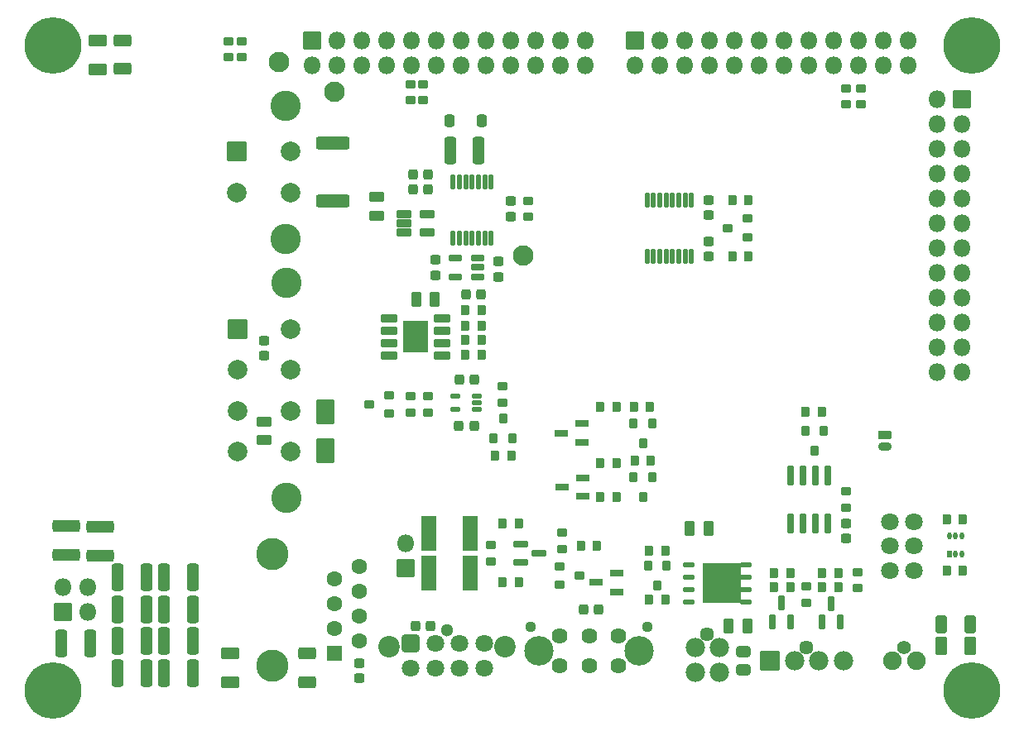
<source format=gbr>
%TF.GenerationSoftware,KiCad,Pcbnew,8.0.5*%
%TF.CreationDate,2024-12-26T16:36:05+00:00*%
%TF.ProjectId,mallow_adapt_v1.2,6d616c6c-6f77-45f6-9164-6170745f7631,rev?*%
%TF.SameCoordinates,Original*%
%TF.FileFunction,Soldermask,Top*%
%TF.FilePolarity,Negative*%
%FSLAX46Y46*%
G04 Gerber Fmt 4.6, Leading zero omitted, Abs format (unit mm)*
G04 Created by KiCad (PCBNEW 8.0.5) date 2024-12-26 16:36:05*
%MOMM*%
%LPD*%
G01*
G04 APERTURE LIST*
G04 Aperture macros list*
%AMRoundRect*
0 Rectangle with rounded corners*
0 $1 Rounding radius*
0 $2 $3 $4 $5 $6 $7 $8 $9 X,Y pos of 4 corners*
0 Add a 4 corners polygon primitive as box body*
4,1,4,$2,$3,$4,$5,$6,$7,$8,$9,$2,$3,0*
0 Add four circle primitives for the rounded corners*
1,1,$1+$1,$2,$3*
1,1,$1+$1,$4,$5*
1,1,$1+$1,$6,$7*
1,1,$1+$1,$8,$9*
0 Add four rect primitives between the rounded corners*
20,1,$1+$1,$2,$3,$4,$5,0*
20,1,$1+$1,$4,$5,$6,$7,0*
20,1,$1+$1,$6,$7,$8,$9,0*
20,1,$1+$1,$8,$9,$2,$3,0*%
G04 Aperture macros list end*
%ADD10C,0.000000*%
%ADD11RoundRect,0.272222X-0.340278X-0.652778X0.340278X-0.652778X0.340278X0.652778X-0.340278X0.652778X0*%
%ADD12RoundRect,0.271739X-0.353261X-1.128261X0.353261X-1.128261X0.353261X1.128261X-0.353261X1.128261X0*%
%ADD13RoundRect,0.125000X0.375000X0.125000X-0.375000X0.125000X-0.375000X-0.125000X0.375000X-0.125000X0*%
%ADD14RoundRect,0.225000X-0.300000X0.225000X-0.300000X-0.225000X0.300000X-0.225000X0.300000X0.225000X0*%
%ADD15RoundRect,0.225000X0.225000X0.300000X-0.225000X0.300000X-0.225000X-0.300000X0.225000X-0.300000X0*%
%ADD16RoundRect,0.271739X0.353261X1.128261X-0.353261X1.128261X-0.353261X-1.128261X0.353261X-1.128261X0*%
%ADD17RoundRect,0.275000X-0.275000X-0.500000X0.275000X-0.500000X0.275000X0.500000X-0.275000X0.500000X0*%
%ADD18RoundRect,0.250000X0.275000X-0.250000X0.275000X0.250000X-0.275000X0.250000X-0.275000X-0.250000X0*%
%ADD19RoundRect,0.274390X0.475610X-0.288110X0.475610X0.288110X-0.475610X0.288110X-0.475610X-0.288110X0*%
%ADD20RoundRect,0.271739X-0.678261X0.353261X-0.678261X-0.353261X0.678261X-0.353261X0.678261X0.353261X0*%
%ADD21C,3.700000*%
%ADD22C,5.800000*%
%ADD23RoundRect,0.225000X0.300000X-0.225000X0.300000X0.225000X-0.300000X0.225000X-0.300000X-0.225000X0*%
%ADD24RoundRect,0.250000X-0.250000X-0.275000X0.250000X-0.275000X0.250000X0.275000X-0.250000X0.275000X0*%
%ADD25RoundRect,0.175000X0.175000X-0.612500X0.175000X0.612500X-0.175000X0.612500X-0.175000X-0.612500X0*%
%ADD26RoundRect,0.175000X-0.612500X-0.175000X0.612500X-0.175000X0.612500X0.175000X-0.612500X0.175000X0*%
%ADD27RoundRect,0.102000X0.400000X0.300000X-0.400000X0.300000X-0.400000X-0.300000X0.400000X-0.300000X0*%
%ADD28RoundRect,0.102000X0.300000X-0.400000X0.300000X0.400000X-0.300000X0.400000X-0.300000X-0.400000X0*%
%ADD29C,2.100000*%
%ADD30RoundRect,0.102000X-0.300000X0.400000X-0.300000X-0.400000X0.300000X-0.400000X0.300000X0.400000X0*%
%ADD31RoundRect,0.272222X-0.652778X0.340278X-0.652778X-0.340278X0.652778X-0.340278X0.652778X0.340278X0*%
%ADD32RoundRect,0.225000X-0.225000X-0.300000X0.225000X-0.300000X0.225000X0.300000X-0.225000X0.300000X0*%
%ADD33RoundRect,0.250000X0.250000X0.275000X-0.250000X0.275000X-0.250000X-0.275000X0.250000X-0.275000X0*%
%ADD34RoundRect,0.050000X0.210000X-0.300000X0.210000X0.300000X-0.210000X0.300000X-0.210000X-0.300000X0*%
%ADD35O,0.520000X0.700000*%
%ADD36RoundRect,0.271739X0.678261X-0.353261X0.678261X0.353261X-0.678261X0.353261X-0.678261X-0.353261X0*%
%ADD37RoundRect,0.271739X1.128261X-0.353261X1.128261X0.353261X-1.128261X0.353261X-1.128261X-0.353261X0*%
%ADD38RoundRect,0.270409X-1.454591X0.392091X-1.454591X-0.392091X1.454591X-0.392091X1.454591X0.392091X0*%
%ADD39RoundRect,0.263889X0.686111X-1.036111X0.686111X1.036111X-0.686111X1.036111X-0.686111X-1.036111X0*%
%ADD40RoundRect,0.050000X0.750000X1.715000X-0.750000X1.715000X-0.750000X-1.715000X0.750000X-1.715000X0*%
%ADD41RoundRect,0.102000X-0.400000X-0.300000X0.400000X-0.300000X0.400000X0.300000X-0.400000X0.300000X0*%
%ADD42RoundRect,0.275000X-0.500000X0.275000X-0.500000X-0.275000X0.500000X-0.275000X0.500000X0.275000X0*%
%ADD43RoundRect,0.050000X-0.625000X0.300000X-0.625000X-0.300000X0.625000X-0.300000X0.625000X0.300000X0*%
%ADD44RoundRect,0.271739X0.353261X0.678261X-0.353261X0.678261X-0.353261X-0.678261X0.353261X-0.678261X0*%
%ADD45RoundRect,0.250000X-0.275000X0.250000X-0.275000X-0.250000X0.275000X-0.250000X0.275000X0.250000X0*%
%ADD46RoundRect,0.050000X-0.762500X0.350000X-0.762500X-0.350000X0.762500X-0.350000X0.762500X0.350000X0*%
%ADD47RoundRect,0.050000X1.200000X1.600000X-1.200000X1.600000X-1.200000X-1.600000X1.200000X-1.600000X0*%
%ADD48RoundRect,0.100500X-0.676500X-0.301500X0.676500X-0.301500X0.676500X0.301500X-0.676500X0.301500X0*%
%ADD49RoundRect,0.272222X0.652778X-0.340278X0.652778X0.340278X-0.652778X0.340278X-0.652778X-0.340278X0*%
%ADD50RoundRect,0.175000X-0.175000X0.850000X-0.175000X-0.850000X0.175000X-0.850000X0.175000X0.850000X0*%
%ADD51RoundRect,0.250000X-0.250000X-0.400000X0.250000X-0.400000X0.250000X0.400000X-0.250000X0.400000X0*%
%ADD52RoundRect,0.125000X-0.125000X0.662500X-0.125000X-0.662500X0.125000X-0.662500X0.125000X0.662500X0*%
%ADD53RoundRect,0.175000X0.537500X0.175000X-0.537500X0.175000X-0.537500X-0.175000X0.537500X-0.175000X0*%
%ADD54RoundRect,0.050000X-0.508000X-0.203200X0.508000X-0.203200X0.508000X0.203200X-0.508000X0.203200X0*%
%ADD55RoundRect,0.050000X-1.910500X-1.954499X1.910500X-1.954499X1.910500X1.954499X-1.910500X1.954499X0*%
%ADD56RoundRect,0.275000X0.500000X-0.275000X0.500000X0.275000X-0.500000X0.275000X-0.500000X-0.275000X0*%
%ADD57C,1.120000*%
%ADD58C,1.620000*%
%ADD59C,3.009999*%
%ADD60C,1.450000*%
%ADD61RoundRect,0.050000X-0.937500X-0.937500X0.937500X-0.937500X0.937500X0.937500X-0.937500X0.937500X0*%
%ADD62C,1.975000*%
%ADD63C,1.400000*%
%ADD64C,1.900000*%
%ADD65RoundRect,0.050000X-0.850000X0.850000X-0.850000X-0.850000X0.850000X-0.850000X0.850000X0.850000X0*%
%ADD66O,1.800000X1.800000*%
%ADD67C,3.300000*%
%ADD68RoundRect,0.050000X0.750000X-0.750000X0.750000X0.750000X-0.750000X0.750000X-0.750000X-0.750000X0*%
%ADD69C,1.600000*%
%ADD70C,3.100000*%
%ADD71RoundRect,0.050000X0.950000X-0.950000X0.950000X0.950000X-0.950000X0.950000X-0.950000X-0.950000X0*%
%ADD72C,2.000000*%
%ADD73C,1.300000*%
%ADD74RoundRect,0.264706X-0.635294X-0.635294X0.635294X-0.635294X0.635294X0.635294X-0.635294X0.635294X0*%
%ADD75C,1.800000*%
%ADD76C,2.200000*%
%ADD77RoundRect,0.050000X-0.850000X-0.850000X0.850000X-0.850000X0.850000X0.850000X-0.850000X0.850000X0*%
%ADD78RoundRect,0.050000X0.850000X0.850000X-0.850000X0.850000X-0.850000X-0.850000X0.850000X-0.850000X0*%
%ADD79RoundRect,0.225000X-0.475000X0.225000X-0.475000X-0.225000X0.475000X-0.225000X0.475000X0.225000X0*%
%ADD80O,1.400000X0.900000*%
G04 APERTURE END LIST*
D10*
%TO.C,Q4*%
G36*
X196009095Y-115146800D02*
G01*
X194993095Y-115146800D01*
X194993095Y-116010400D01*
X196009095Y-116010400D01*
X196009095Y-116416800D01*
X194993095Y-116416800D01*
X194993095Y-117280400D01*
X196009095Y-117280400D01*
X196009095Y-117686800D01*
X194993095Y-117686800D01*
X194993095Y-118550400D01*
X196009095Y-118550400D01*
X196009095Y-118956800D01*
X194993095Y-118956800D01*
X194993095Y-118804400D01*
X191157695Y-118804400D01*
X191157695Y-114892800D01*
X194993095Y-114892800D01*
X194993095Y-114740400D01*
X196009095Y-114740400D01*
X196009095Y-115146800D01*
G37*
%TD*%
D11*
%TO.C,R32*%
X215538595Y-121003600D03*
X218463595Y-121003600D03*
%TD*%
D12*
%TO.C,C47*%
X131276095Y-122753600D03*
X134226095Y-122753600D03*
%TD*%
D13*
%TO.C,U13*%
X168001095Y-99003600D03*
X168001095Y-98353600D03*
X168001095Y-97703600D03*
X165801095Y-97703600D03*
X165801095Y-99003600D03*
%TD*%
D14*
%TO.C,R64*%
X173251095Y-77678600D03*
X173251095Y-79328600D03*
%TD*%
D15*
%TO.C,R35*%
X182326095Y-104503600D03*
X180676095Y-104503600D03*
%TD*%
D16*
%TO.C,C41*%
X128476095Y-123003600D03*
X125526095Y-123003600D03*
%TD*%
D17*
%TO.C,C9*%
X161801095Y-87753600D03*
X163701095Y-87753600D03*
%TD*%
D18*
%TO.C,C70*%
X171501095Y-79278600D03*
X171501095Y-77728600D03*
%TD*%
D19*
%TO.C,R16*%
X195251095Y-125666100D03*
X195251095Y-123841100D03*
%TD*%
D20*
%TO.C,C52*%
X129251095Y-61278600D03*
X129251095Y-64228600D03*
%TD*%
D21*
%TO.C,H1*%
X218651085Y-61778600D03*
D22*
X218651085Y-61778600D03*
%TD*%
D18*
%TO.C,C28*%
X170255902Y-85446818D03*
X170255902Y-83896818D03*
%TD*%
D23*
%TO.C,R67*%
X170676076Y-98329051D03*
X170676076Y-96679051D03*
%TD*%
D24*
%TO.C,C69*%
X166226095Y-96003600D03*
X167776095Y-96003600D03*
%TD*%
D25*
%TO.C,D5*%
X198251095Y-120753600D03*
X200151095Y-120753600D03*
X199201095Y-118878600D03*
%TD*%
D26*
%TO.C,D3*%
X172476095Y-112803600D03*
X172476095Y-114703600D03*
X174351095Y-113753600D03*
%TD*%
D15*
%TO.C,R47*%
X200076095Y-115753600D03*
X198426095Y-115753600D03*
%TD*%
D27*
%TO.C,Q17*%
X159021095Y-99453600D03*
X159021095Y-97553600D03*
X157001095Y-98503600D03*
%TD*%
D15*
%TO.C,R39*%
X172326095Y-110753600D03*
X170676095Y-110753600D03*
%TD*%
D23*
%TO.C,R4*%
X207351095Y-67828600D03*
X207351095Y-66178600D03*
%TD*%
D28*
%TO.C,Q18*%
X169751095Y-102003600D03*
X171651095Y-102003600D03*
X170701095Y-99983600D03*
%TD*%
D29*
%TO.C,TP7*%
X147751095Y-63503600D03*
%TD*%
D30*
%TO.C,Q1*%
X185951095Y-100493600D03*
X184051095Y-100493600D03*
X185001095Y-102513600D03*
%TD*%
D31*
%TO.C,R31*%
X150656095Y-124041100D03*
X150656095Y-126966100D03*
%TD*%
D23*
%TO.C,R60*%
X142628916Y-62995834D03*
X142628916Y-61345834D03*
%TD*%
D29*
%TO.C,TP8*%
X172751095Y-83253600D03*
%TD*%
D23*
%TO.C,R26*%
X161251095Y-67403600D03*
X161251095Y-65753600D03*
%TD*%
D32*
%TO.C,R10*%
X185637095Y-113503600D03*
X187287095Y-113503600D03*
%TD*%
D25*
%TO.C,D4*%
X203301095Y-120770959D03*
X205201095Y-120770959D03*
X204251095Y-118895959D03*
%TD*%
D15*
%TO.C,R14*%
X187287095Y-118503600D03*
X185637095Y-118503600D03*
%TD*%
D33*
%TO.C,C25*%
X163051095Y-76503600D03*
X161501095Y-76503600D03*
%TD*%
D34*
%TO.C,U1*%
X216326095Y-113853600D03*
D35*
X216976094Y-113853600D03*
X217626093Y-113853600D03*
X217626093Y-111953598D03*
X216976094Y-111953598D03*
X216326095Y-111953598D03*
%TD*%
D32*
%TO.C,R34*%
X194151095Y-83353600D03*
X195801095Y-83353600D03*
%TD*%
D18*
%TO.C,C37*%
X163751095Y-85278600D03*
X163751095Y-83728600D03*
%TD*%
D36*
%TO.C,C53*%
X142751095Y-126978600D03*
X142751095Y-124028600D03*
%TD*%
D12*
%TO.C,C34*%
X136026095Y-116253600D03*
X138976095Y-116253600D03*
%TD*%
D37*
%TO.C,C32*%
X129501095Y-113978600D03*
X129501095Y-111028600D03*
%TD*%
D15*
%TO.C,R5*%
X185751095Y-98753600D03*
X184101095Y-98753600D03*
%TD*%
D29*
%TO.C,TP6*%
X153501095Y-66503600D03*
%TD*%
D15*
%TO.C,R7*%
X168501095Y-91943600D03*
X166851095Y-91943600D03*
%TD*%
D33*
%TO.C,C23*%
X163051095Y-75003600D03*
X161501095Y-75003600D03*
%TD*%
%TO.C,C5*%
X168476095Y-87293600D03*
X166926095Y-87293600D03*
%TD*%
D38*
%TO.C,R28*%
X153251095Y-71791100D03*
X153251095Y-77716100D03*
%TD*%
D30*
%TO.C,Q9*%
X185951095Y-105993600D03*
X184051095Y-105993600D03*
X185001095Y-108013600D03*
%TD*%
D21*
%TO.C,H4*%
X218651085Y-127778600D03*
D22*
X218651085Y-127778600D03*
%TD*%
D30*
%TO.C,Q16*%
X203501095Y-101253600D03*
X201601095Y-101253600D03*
X202551095Y-103273600D03*
%TD*%
D32*
%TO.C,R45*%
X170676095Y-116753600D03*
X172326095Y-116753600D03*
%TD*%
%TO.C,R12*%
X180676095Y-98753600D03*
X182326095Y-98753600D03*
%TD*%
D39*
%TO.C,D1*%
X152501095Y-103253600D03*
X152501095Y-99253600D03*
%TD*%
D15*
%TO.C,R40*%
X182326095Y-108003600D03*
X180676095Y-108003600D03*
%TD*%
D14*
%TO.C,R65*%
X163001095Y-97678600D03*
X163001095Y-99328600D03*
%TD*%
D40*
%TO.C,F1*%
X167376095Y-111753600D03*
X163076095Y-111753600D03*
%TD*%
D21*
%TO.C,H3*%
X124651095Y-127778600D03*
D22*
X124651095Y-127778600D03*
%TD*%
D16*
%TO.C,C66*%
X168226095Y-72503600D03*
X165276095Y-72503600D03*
%TD*%
D41*
%TO.C,Q2*%
X176501095Y-115103600D03*
X176501095Y-117003600D03*
X178521095Y-116053600D03*
%TD*%
D42*
%TO.C,C14*%
X146251095Y-100303600D03*
X146251095Y-102203600D03*
%TD*%
D15*
%TO.C,R33*%
X185826095Y-104253600D03*
X184176095Y-104253600D03*
%TD*%
%TO.C,R42*%
X205004410Y-117262269D03*
X203354410Y-117262269D03*
%TD*%
D14*
%TO.C,R41*%
X169484193Y-112947257D03*
X169484193Y-114597257D03*
%TD*%
D43*
%TO.C,Q6*%
X182351095Y-117708600D03*
X182351095Y-115798600D03*
X180251095Y-116753600D03*
%TD*%
D30*
%TO.C,Q3*%
X187412095Y-115007263D03*
X185512095Y-115007263D03*
X186462095Y-117027263D03*
%TD*%
D44*
%TO.C,C54*%
X218476095Y-123253600D03*
X215526095Y-123253600D03*
%TD*%
D23*
%TO.C,R66*%
X161251095Y-99328600D03*
X161251095Y-97678600D03*
%TD*%
D12*
%TO.C,C43*%
X136026095Y-126003600D03*
X138976095Y-126003600D03*
%TD*%
D45*
%TO.C,C63*%
X205751095Y-110728600D03*
X205751095Y-112278600D03*
%TD*%
D43*
%TO.C,Q11*%
X178851095Y-107958600D03*
X178851095Y-106048600D03*
X176751095Y-107003600D03*
%TD*%
D24*
%TO.C,C10*%
X178951095Y-119503600D03*
X180501095Y-119503600D03*
%TD*%
D45*
%TO.C,C13*%
X146251095Y-91978600D03*
X146251095Y-93528600D03*
%TD*%
D12*
%TO.C,C38*%
X131276095Y-119503600D03*
X134226095Y-119503600D03*
%TD*%
D17*
%TO.C,C7*%
X193801095Y-121253600D03*
X195701095Y-121253600D03*
%TD*%
D23*
%TO.C,R36*%
X207001095Y-117328600D03*
X207001095Y-115678600D03*
%TD*%
D14*
%TO.C,R58*%
X144001095Y-61353600D03*
X144001095Y-63003600D03*
%TD*%
D45*
%TO.C,C55*%
X191726095Y-77578600D03*
X191726095Y-79128600D03*
%TD*%
D18*
%TO.C,C58*%
X191726095Y-83378600D03*
X191726095Y-81828600D03*
%TD*%
D14*
%TO.C,R61*%
X205751095Y-107428600D03*
X205751095Y-109078600D03*
%TD*%
D15*
%TO.C,R11*%
X168526095Y-90443600D03*
X166876095Y-90443600D03*
%TD*%
D23*
%TO.C,R27*%
X162501095Y-67403600D03*
X162501095Y-65753600D03*
%TD*%
D14*
%TO.C,R37*%
X201751095Y-117178600D03*
X201751095Y-118828600D03*
%TD*%
D46*
%TO.C,IC1*%
X164501095Y-93503600D03*
X164501095Y-92233600D03*
X164501095Y-90963600D03*
X164501095Y-89693600D03*
X159077095Y-89693600D03*
X159077095Y-90963600D03*
X159077095Y-92233600D03*
X159077095Y-93503600D03*
D47*
X161789095Y-91598600D03*
%TD*%
D48*
%TO.C,U2*%
X160566095Y-79053600D03*
X160566095Y-80003600D03*
X160566095Y-80953600D03*
X162936095Y-80953600D03*
X162936095Y-79053600D03*
%TD*%
D24*
%TO.C,C68*%
X166201095Y-100753600D03*
X167751095Y-100753600D03*
%TD*%
D15*
%TO.C,R43*%
X200076095Y-117253600D03*
X198426095Y-117253600D03*
%TD*%
D24*
%TO.C,C8*%
X161751095Y-121253600D03*
X163301095Y-121253600D03*
%TD*%
D15*
%TO.C,R38*%
X195801095Y-77603600D03*
X194151095Y-77603600D03*
%TD*%
D32*
%TO.C,R46*%
X203363503Y-115752859D03*
X205013503Y-115752859D03*
%TD*%
D17*
%TO.C,C6*%
X189801095Y-111253600D03*
X191701095Y-111253600D03*
%TD*%
D49*
%TO.C,R30*%
X131751095Y-64178600D03*
X131751095Y-61253600D03*
%TD*%
D37*
%TO.C,C39*%
X126001095Y-113953600D03*
X126001095Y-111003600D03*
%TD*%
D43*
%TO.C,Q5*%
X178801095Y-102413600D03*
X178801095Y-100503600D03*
X176701095Y-101458600D03*
%TD*%
D50*
%TO.C,U9*%
X203906095Y-105778600D03*
X202636095Y-105778600D03*
X201366095Y-105778600D03*
X200096095Y-105778600D03*
X200096095Y-110728600D03*
X201366095Y-110728600D03*
X202636095Y-110728600D03*
X203906095Y-110728600D03*
%TD*%
D51*
%TO.C,D8*%
X165251095Y-69503600D03*
X168551095Y-69503600D03*
%TD*%
D52*
%TO.C,U5*%
X189976095Y-77628600D03*
X189326095Y-77628600D03*
X188676095Y-77628600D03*
X188026095Y-77628600D03*
X187376095Y-77628600D03*
X186726095Y-77628600D03*
X186076095Y-77628600D03*
X185426095Y-77628600D03*
X185426095Y-83353600D03*
X186076095Y-83353600D03*
X186726095Y-83353600D03*
X187376095Y-83353600D03*
X188026095Y-83353600D03*
X188676095Y-83353600D03*
X189326095Y-83353600D03*
X189976095Y-83353600D03*
%TD*%
D21*
%TO.C,H2*%
X124651095Y-61778600D03*
D22*
X124651095Y-61778600D03*
%TD*%
D15*
%TO.C,R6*%
X168501095Y-93443600D03*
X166851095Y-93443600D03*
%TD*%
D40*
%TO.C,F2*%
X167376095Y-115753600D03*
X163076095Y-115753600D03*
%TD*%
D52*
%TO.C,U12*%
X169501095Y-75753600D03*
X168851095Y-75753600D03*
X168201095Y-75753600D03*
X167551095Y-75753600D03*
X166901095Y-75753600D03*
X166251095Y-75753600D03*
X165601095Y-75753600D03*
X165601095Y-81478600D03*
X166251095Y-81478600D03*
X166901095Y-81478600D03*
X167551095Y-81478600D03*
X168201095Y-81478600D03*
X168851095Y-81478600D03*
X169501095Y-81478600D03*
%TD*%
D27*
%TO.C,Q10*%
X195683119Y-81411557D03*
X195683119Y-79511557D03*
X193663119Y-80461557D03*
%TD*%
D32*
%TO.C,R69*%
X169926095Y-103753600D03*
X171576095Y-103753600D03*
%TD*%
D23*
%TO.C,R3*%
X205801095Y-67828600D03*
X205801095Y-66178600D03*
%TD*%
D15*
%TO.C,R8*%
X168526095Y-88893600D03*
X166876095Y-88893600D03*
%TD*%
D53*
%TO.C,U3*%
X168138595Y-85453600D03*
X168138595Y-84503600D03*
X168138595Y-83553600D03*
X165863595Y-83553600D03*
X165863595Y-85453600D03*
%TD*%
D15*
%TO.C,R13*%
X180326095Y-113003600D03*
X178676095Y-113003600D03*
%TD*%
D54*
%TO.C,Q4*%
X189659095Y-114943600D03*
X189659095Y-116213600D03*
X189659095Y-117483600D03*
X189659095Y-118753600D03*
X195501095Y-118753600D03*
X195501095Y-117483600D03*
X195501095Y-116213600D03*
D55*
X193082595Y-116849901D03*
D54*
X195501095Y-114943600D03*
%TD*%
D56*
%TO.C,C21*%
X157751095Y-79203600D03*
X157751095Y-77303600D03*
%TD*%
D23*
%TO.C,R9*%
X176751095Y-113328600D03*
X176751095Y-111678600D03*
%TD*%
D12*
%TO.C,C31*%
X131276095Y-116253600D03*
X134226095Y-116253600D03*
%TD*%
%TO.C,C42*%
X131276095Y-126003600D03*
X134226095Y-126003600D03*
%TD*%
D15*
%TO.C,R21*%
X217751095Y-115503600D03*
X216101095Y-115503600D03*
%TD*%
%TO.C,R59*%
X203326095Y-99253600D03*
X201676095Y-99253600D03*
%TD*%
D45*
%TO.C,C60*%
X156001095Y-125003600D03*
X156001095Y-126553600D03*
%TD*%
D15*
%TO.C,R23*%
X217751095Y-110253600D03*
X216101095Y-110253600D03*
%TD*%
D12*
%TO.C,C36*%
X136026095Y-122753600D03*
X138976095Y-122753600D03*
%TD*%
%TO.C,C35*%
X136026095Y-119503600D03*
X138976095Y-119503600D03*
%TD*%
D57*
%TO.C,J5*%
X185501074Y-121313599D03*
X173501098Y-121313599D03*
D58*
X176501097Y-125253599D03*
X179501096Y-125253599D03*
X182501095Y-125253599D03*
X176501097Y-122253600D03*
X179501096Y-122253600D03*
X182501095Y-122253600D03*
D59*
X174351099Y-123753599D03*
X184651093Y-123753599D03*
%TD*%
D60*
%TO.C,J4*%
X201751095Y-123413600D03*
D61*
X198001095Y-124753600D03*
D62*
X200501095Y-124753600D03*
X203001095Y-124753600D03*
X205501095Y-124753600D03*
%TD*%
D63*
%TO.C,J3*%
X211751095Y-123413600D03*
D64*
X210501095Y-124753600D03*
X213001095Y-124753600D03*
%TD*%
D65*
%TO.C,X19*%
X184171094Y-61278628D03*
D66*
X184171094Y-63818628D03*
X186711094Y-61278628D03*
X186711094Y-63818628D03*
X189251094Y-61278628D03*
X189251094Y-63818628D03*
X191791094Y-61278628D03*
X191791094Y-63818628D03*
X194331094Y-61278628D03*
X194331094Y-63818628D03*
X196871094Y-61278628D03*
X196871094Y-63818628D03*
X199411094Y-61278628D03*
X199411094Y-63818628D03*
X201951094Y-61278628D03*
X201951094Y-63818628D03*
X204491094Y-61278628D03*
X204491094Y-63818628D03*
X207031094Y-61278628D03*
X207031094Y-63818628D03*
X209571094Y-61278628D03*
X209571094Y-63818628D03*
X212111094Y-61278628D03*
X212111094Y-63818628D03*
%TD*%
D67*
%TO.C,J9*%
X147111095Y-125293600D03*
X147111095Y-113863600D03*
D68*
X153461095Y-124023600D03*
D69*
X156001095Y-122753600D03*
X153461095Y-121483600D03*
X156001095Y-120213600D03*
X153461095Y-118943600D03*
X156001095Y-117673600D03*
X153461095Y-116403600D03*
X156001095Y-115133600D03*
%TD*%
D70*
%TO.C,J1*%
X148491095Y-81553600D03*
X148491095Y-67953600D03*
D71*
X143451095Y-72653600D03*
D72*
X143451095Y-76853600D03*
X148951095Y-72653600D03*
X148951095Y-76853600D03*
%TD*%
D73*
%TO.C,J6*%
X165001095Y-121663600D03*
D74*
X161251095Y-123003600D03*
D75*
X163751095Y-123003600D03*
X166251095Y-123003600D03*
X168751095Y-123003600D03*
X161251095Y-125503600D03*
X163751095Y-125503600D03*
X166251095Y-125503600D03*
X168751095Y-125503600D03*
D76*
X159081097Y-123293599D03*
X170921073Y-123293599D03*
%TD*%
D65*
%TO.C,X10*%
X151151095Y-61278600D03*
D66*
X151151095Y-63818600D03*
X153691095Y-61278600D03*
X153691095Y-63818600D03*
X156231095Y-61278600D03*
X156231095Y-63818600D03*
X158771095Y-61278600D03*
X158771095Y-63818600D03*
X161311095Y-61278600D03*
X161311095Y-63818600D03*
X163851095Y-61278600D03*
X163851095Y-63818600D03*
X166391095Y-61278600D03*
X166391095Y-63818600D03*
X168931095Y-61278600D03*
X168931095Y-63818600D03*
X171471095Y-61278600D03*
X171471095Y-63818600D03*
X174011095Y-61278600D03*
X174011095Y-63818600D03*
X176551095Y-61278600D03*
X176551095Y-63818600D03*
X179091095Y-61278600D03*
X179091095Y-63818600D03*
%TD*%
D70*
%TO.C,J10*%
X148553596Y-108078600D03*
X148553596Y-86078600D03*
D71*
X143513596Y-90778600D03*
D72*
X143513596Y-94978600D03*
X143513596Y-99178600D03*
X143513596Y-103378600D03*
X149013596Y-90778600D03*
X149013596Y-94978600D03*
X149013596Y-99178600D03*
X149013596Y-103378600D03*
%TD*%
D60*
%TO.C,J2*%
X191591095Y-122093600D03*
D62*
X190341095Y-123433600D03*
X190341095Y-125933600D03*
X192841095Y-123433600D03*
X192841095Y-125933600D03*
%TD*%
D77*
%TO.C,X5*%
X125651123Y-119778596D03*
D66*
X128191123Y-119778596D03*
X125651123Y-117238596D03*
X128191123Y-117238596D03*
%TD*%
D78*
%TO.C,X16*%
X217651087Y-67278624D03*
D66*
X215111087Y-67278624D03*
X217651087Y-69818624D03*
X215111087Y-69818624D03*
X217651087Y-72358624D03*
X215111087Y-72358624D03*
X217651087Y-74898624D03*
X215111087Y-74898624D03*
X217651087Y-77438624D03*
X215111087Y-77438624D03*
X217651087Y-79978624D03*
X215111087Y-79978624D03*
X217651087Y-82518624D03*
X215111087Y-82518624D03*
X217651087Y-85058624D03*
X215111087Y-85058624D03*
X217651087Y-87598624D03*
X215111087Y-87598624D03*
X217651087Y-90138624D03*
X215111087Y-90138624D03*
X217651087Y-92678624D03*
X215111087Y-92678624D03*
X217651087Y-95218624D03*
X215111087Y-95218624D03*
%TD*%
D75*
%TO.C,J7*%
X212751095Y-110503600D03*
X212751095Y-113003600D03*
X212751095Y-115503600D03*
X210251095Y-110503600D03*
X210251095Y-113003600D03*
X210251095Y-115503600D03*
%TD*%
D79*
%TO.C,J11*%
X209801095Y-101628600D03*
D80*
X209801095Y-102878600D03*
%TD*%
D77*
%TO.C,JP1*%
X160751095Y-115278600D03*
D66*
X160751095Y-112738600D03*
%TD*%
M02*

</source>
